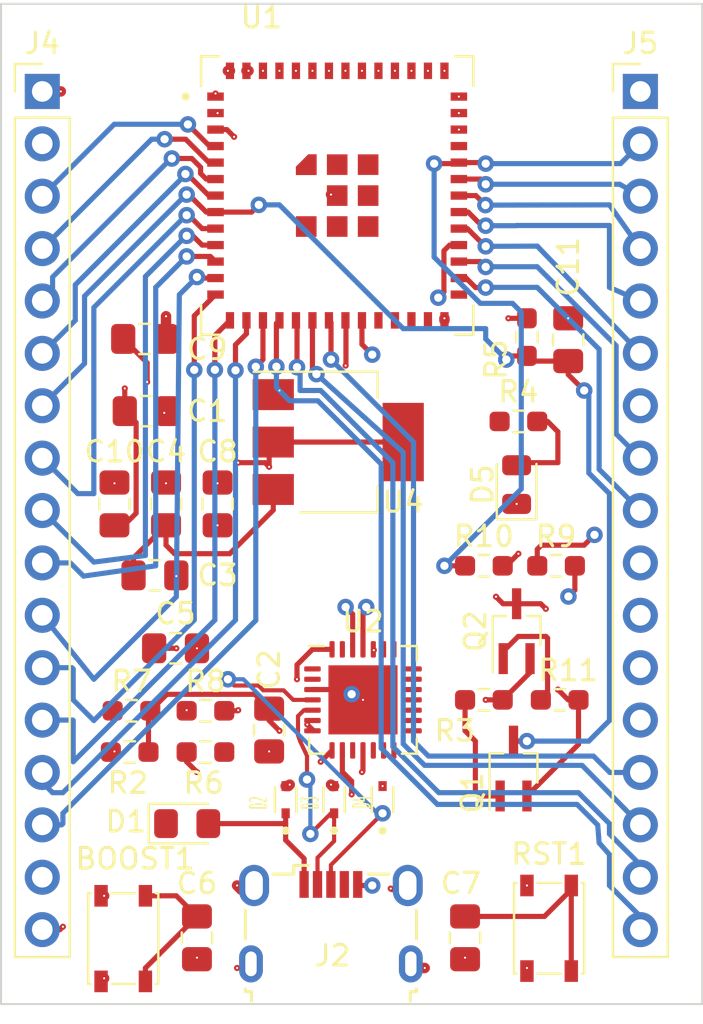
<source format=kicad_pcb>
(kicad_pcb (version 20221018) (generator pcbnew)
  (layers (0 "F.Cu" signal) (1 "In1.Cu" signal) (2 "In2.Cu" signal) (31 "B.Cu" signal) (34 "B.Paste" user) (35 "F.Paste" user) (36 "B.SilkS" user "B.Silkscreen") (37 "F.SilkS" user "F.Silkscreen") (38 "B.Mask" user) (39 "F.Mask" user) (44 "Edge.Cuts" user))
  (net 0 "")
  (net 1 "Net-(U1-3V3)")
  (net 2 "GND")
  (net 3 "Net-(U2-VBUS)")
  (net 4 "Net-(U4-VI)")
  (net 5 "Net-(U2-VDD)")
  (net 6 "Net-(BOOST1-Pad2)")
  (net 7 "Net-(C7-Pad2)")
  (net 8 "Net-(U4-VO)")
  (net 9 "/ESP_RST")
  (net 11 "Net-(D1-A)")
  (net 12 "/USB_DN")
  (net 13 "/USB_DP")
  (net 14 "Net-(D5-A)")
  (net 17 "/GPIO36")
  (net 18 "/GPIO37")
  (net 19 "/GPIO38")
  (net 20 "/GPIO39")
  (net 21 "/GPIO34")
  (net 22 "/GPIO35")
  (net 23 "/GPIO32")
  (net 24 "/GPIO33")
  (net 25 "/GPIO25")
  (net 26 "/GPIO26")
  (net 27 "/GPIO27")
  (net 28 "/GPIO14")
  (net 30 "/U0TXD")
  (net 31 "/U0RXD")
  (net 32 "/GPIO21")
  (net 33 "/GPIO22")
  (net 34 "/GPIO19")
  (net 35 "/GPIO23")
  (net 36 "/GPIO18")
  (net 37 "/GPIO5")
  (net 38 "/GPIO10")
  (net 39 "/GPIO9")
  (net 40 "/GPIO4")
  (net 41 "/GPIO0")
  (net 42 "/GPIO2")
  (net 43 "/GPIO15")
  (net 44 "/GPIO13")
  (net 45 "/GPIO12")
  (net 46 "Net-(Q1-B)")
  (net 47 "/RTS")
  (net 48 "Net-(Q2-B)")
  (net 49 "/DTR")
  (net 51 "Net-(U2-~{RST})")
  (net 54 "Net-(U2-~{SUSPEND})")
  (net 55 "Net-(U2-TXD)")
  (net 56 "Net-(U2-RXD)")
  (footprint "Capacitor_SMD:C_0805_2012Metric_Pad1.18x1.45mm_HandSolder" (layer "F.Cu") (at 187.5 90 90)
    (fp_text reference "C10")
    (fp_text value "0.1uF/50V(10%)" hide)
  )
  (footprint "LESD5D5.0CT1G:TVS_LESD5D5.0CT1G" (layer "F.Cu") (at 195.8 104.34 90)
    (fp_text reference "D2")
    (fp_text value "LESD5D5.0CT1G" hide)
  )
  (footprint "Capacitor_SMD:C_0805_2012Metric_Pad1.18x1.45mm_HandSolder" (layer "F.Cu") (at 190.4625 97)
    (fp_text reference "C5")
    (fp_text value "10uF/25V(20%)" hide)
  )
  (footprint "Capacitor_SMD:C_0805_2012Metric_Pad1.18x1.45mm_HandSolder" (layer "F.Cu") (at 189.0375 85.5)
    (fp_text reference "C1")
    (fp_text value "10uF/25V(20%)" hide)
  )
  (footprint "Capacitor_SMD:C_0805_2012Metric_Pad1.18x1.45mm_HandSolder" (layer "F.Cu") (at 188.9625 82)
    (fp_text reference "C9")
    (fp_text value "0.1uF/50V(10%)" hide)
  )
  (footprint "Capacitor_SMD:C_0805_2012Metric_Pad1.18x1.45mm_HandSolder" (layer "F.Cu") (at 190 90 90)
    (fp_text reference "C4")
    (fp_text value "0.1uF/50V(10%)" hide)
  )
  (footprint "Package_DFN_QFN:QFN-28-1EP_5x5mm_P0.5mm_EP3.35x3.35mm" (layer "F.Cu") (at 199.55 99.5)
    (fp_text reference "U2")
    (fp_text value "CP2102N-Axx-xQFN28" hide)
  )
  (footprint "Capacitor_SMD:C_0805_2012Metric_Pad1.18x1.45mm_HandSolder" (layer "F.Cu") (at 192.5 90 90)
    (fp_text reference "C8")
    (fp_text value "10uF/25V(20%)" hide)
  )
  (footprint "Capacitor_SMD:C_0805_2012Metric_Pad1.18x1.45mm_HandSolder" (layer "F.Cu") (at 195 100.9625 90)
    (fp_text reference "C2")
    (fp_text value "1uF/16V(10%)" hide)
  )
  (footprint "LED_SMD:LED_0805_2012Metric" (layer "F.Cu") (at 207 89.0625 90)
    (fp_text reference "D5")
    (fp_text value "LED" hide)
  )
  (footprint "LESD5D5.0CT1G:TVS_LESD5D5.0CT1G" (layer "F.Cu") (at 198.15 104.34 90)
    (fp_text reference "D3")
    (fp_text value "LESD5D5.0CT1G" hide)
  )
  (footprint "Button_Switch_SMD:SW_SPST_PTS810" (layer "F.Cu") (at 187.925 111.075 90)
    (fp_text reference "BOOST1")
    (fp_text value "SW_Omron_B3FS" hide)
  )
  (footprint "Resistor_SMD:R_0603_1608Metric_Pad0.98x0.95mm_HandSolder" (layer "F.Cu") (at 188.325 100.03)
    (fp_text reference "R7")
    (fp_text value "22.1k(1%)" hide)
  )
  (footprint "Connector_PinHeader_2.54mm:PinHeader_1x17_P2.54mm_Vertical" (layer "F.Cu") (at 213 70)
    (fp_text reference "J5")
    (fp_text value "Conn_01x17" hide)
  )
  (footprint "Resistor_SMD:R_0603_1608Metric_Pad0.98x0.95mm_HandSolder" (layer "F.Cu") (at 191.9125 102.03)
    (fp_text reference "R6")
    (fp_text value "1K(1%)" hide)
  )
  (footprint "Connector_PinHeader_2.54mm:PinHeader_1x17_P2.54mm_Vertical" (layer "F.Cu") (at 184 70)
    (fp_text reference "J4")
    (fp_text value "Conn_01x17" hide)
  )
  (footprint "Capacitor_SMD:C_0805_2012Metric_Pad1.18x1.45mm_HandSolder" (layer "F.Cu") (at 204.5 111.0375 90)
    (fp_text reference "C7")
    (fp_text value "0.1uF/50V(10%)(NC)" hide)
  )
  (footprint "LESD5D5.0CT1G:TVS_LESD5D5.0CT1G" (layer "F.Cu") (at 200.5 104.34 90)
    (fp_text reference "D4")
    (fp_text value "LESD5D5.0CT1G" hide)
  )
  (footprint "Capacitor_SMD:C_0805_2012Metric_Pad1.18x1.45mm_HandSolder" (layer "F.Cu") (at 189.4625 93.4625)
    (fp_text reference "C3")
    (fp_text value "10uF/25V(20%)" hide)
  )
  (footprint "Resistor_SMD:R_0603_1608Metric_Pad0.98x0.95mm_HandSolder" (layer "F.Cu") (at 207.0875 86)
    (fp_text reference "R4")
    (fp_text value "5.1K(1%)" hide)
  )
  (footprint "Capacitor_SMD:C_0805_2012Metric_Pad1.18x1.45mm_HandSolder" (layer "F.Cu") (at 209.5 82.0375 90)
    (fp_text reference "C11")
    (fp_text value "1uf/16V(10%)" hide)
  )
  (footprint "Button_Switch_SMD:SW_SPST_PTS810" (layer "F.Cu") (at 208.575 110.575 90)
    (fp_text reference "RST1")
    (fp_text value "SW_Omron_B3FS" hide)
  )
  (footprint "Resistor_SMD:R_0603_1608Metric_Pad0.98x0.95mm_HandSolder" (layer "F.Cu") (at 191.9125 100.03)
    (fp_text reference "R8")
    (fp_text value "10K(1%)(NC)" hide)
  )
  (footprint "Resistor_SMD:R_0603_1608Metric_Pad0.98x0.95mm_HandSolder" (layer "F.Cu") (at 205.4125 93)
    (fp_text reference "R10")
    (fp_text value "0(1%)" hide)
  )
  (footprint "Package_TO_SOT_SMD:SOT-323_SC-70_Handsoldering" (layer "F.Cu") (at 206.85 102.83 90)
    (fp_text reference "Q1")
    (fp_text value "2SC4213" hide)
  )
  (footprint "Package_TO_SOT_SMD:SOT-223-3_TabPin2" (layer "F.Cu") (at 198.35 87)
    (fp_text reference "U4")
    (fp_text value "LM1117MP-3.3" hide)
  )
  (footprint "ESP32:MODULE_ESP32-MINI-1U-N4" (layer "F.Cu") (at 198.3 75.05)
    (fp_text reference "U1")
    (fp_text value "esp32-devkitM-1" hide)
  )
  (footprint "Resistor_SMD:R_0603_1608Metric_Pad0.98x0.95mm_HandSolder" (layer "F.Cu") (at 209.0875 99.5)
    (fp_text reference "R11")
    (fp_text value "10K(1%)" hide)
  )
  (footprint "Package_TO_SOT_SMD:SOT-323_SC-70_Handsoldering" (layer "F.Cu") (at 207 96.17 90)
    (fp_text reference "Q2")
    (fp_text value "2SC4213" hide)
  )
  (footprint "Capacitor_SMD:C_0805_2012Metric_Pad1.18x1.45mm_HandSolder" (layer "F.Cu") (at 191.5 111.0375 90)
    (fp_text reference "C6")
    (fp_text value "0.1uF/50V(10%)(NC)" hide)
  )
  (footprint "Resistor_SMD:R_0603_1608Metric_Pad0.98x0.95mm_HandSolder" (layer "F.Cu") (at 188.2375 102.03)
    (fp_text reference "R2")
    (fp_text value "47.5k(1%)" hide)
  )
  (footprint "Resistor_SMD:R_0603_1608Metric_Pad0.98x0.95mm_HandSolder" (layer "F.Cu") (at 208.9125 93)
    (fp_text reference "R9")
    (fp_text value "0(1%)" hide)
  )
  (footprint "Resistor_SMD:R_0603_1608Metric_Pad0.98x0.95mm_HandSolder" (layer "F.Cu") (at 205.4125 99.5)
    (fp_text reference "R3")
    (fp_text value "10K(1%)" hide)
  )
  (footprint "Connector_USB:USB_Micro-B_Wuerth_629105150521" (layer "F.Cu") (at 197.995 110.35)
    (fp_text reference "J2")
    (fp_text value "USB_B_Micro" hide)
  )
  (footprint "Resistor_SMD:R_0603_1608Metric_Pad0.98x0.95mm_HandSolder" (layer "F.Cu") (at 207.5 81.9125 -90)
    (fp_text reference "R5")
    (fp_text value "10K(1%)" hide)
  )
  (footprint "Diode_SMD:D_0805_2012Metric_Pad1.15x1.40mm_HandSolder" (layer "F.Cu") (at 191.025 105.5)
    (fp_text reference "D1")
    (fp_text value "1N5819" hide)
  )
  (gr_rect (start 182 65.75) (end 216 114.25) (stroke (width 0.1)) (fill none) (layer "Edge.Cuts"))
  (segment (start 188.55 86.05) (end 188 85.5) (width 0.25) (layer "F.Cu") (net 1))
  (segment (start 192.95 71.85) (end 192.4 71.85) (width 0.25) (layer "F.Cu") (net 1))
  (segment (start 193.3 72.2) (end 192.95 71.85) (width 0.25) (layer "F.Cu") (net 1))
  (segment (start 207.5 81) (end 206.6 81) (width 0.25) (layer "F.Cu") (net 1))
  (segment (start 188 85.5) (end 188 84.4) (width 0.25) (layer "F.Cu") (net 1))
  (segment (start 187.5 91.0375) (end 187.9625 91.0375) (width 0.25) (layer "F.Cu") (net 1))
  (segment (start 188.55 90.45) (end 188.55 86.05) (width 0.25) (layer "F.Cu") (net 1))
  (segment (start 187.9625 91.0375) (end 188.55 90.45) (width 0.25) (layer "F.Cu") (net 1))
  (via micro (at 188 84.4) (size 0.3) (drill 0.1) (layers "F.Cu" "In1.Cu") (net 1))
  (via micro (at 206.6 81) (size 0.3) (drill 0.1) (layers "F.Cu" "In1.Cu") (net 1))
  (via micro (at 193.3 72.2) (size 0.3) (drill 0.1) (layers "F.Cu" "In1.Cu") (net 1))
  (segment (start 190.5 93.4625) (end 190.5 93.5) (width 0.508) (layer "F.Cu") (net 2))
  (segment (start 204.5 112.075) (end 204.5 112) (width 0.508) (layer "F.Cu") (net 2))
  (segment (start 195.929972 103.68) (end 196 103.609972) (width 0.508) (layer "F.Cu") (net 2))
  (segment (start 187.5 88.9625) (end 187.5 89) (width 0.508) (layer "F.Cu") (net 2))
  (segment (start 199.05 99) (end 199.55 99.5) (width 0.25) (layer "F.Cu") (net 2))
  (segment (start 198.7755 99) (end 197.1 99) (width 0.25) (layer "F.Cu") (net 2))
  (segment (start 201.87 112.5) (end 202.5445 112.5) (width 0.508) (layer "F.Cu") (net 2))
  (segment (start 198.15 103.68) (end 198.070028 103.68) (width 0.508) (layer "F.Cu") (net 2))
  (segment (start 186.85 113.15) (end 187 113) (width 0.508) (layer "F.Cu") (net 2))
  (segment (start 190 82) (end 190 80.9) (width 0.508) (layer "F.Cu") (net 2))
  (segment (start 201.72 108.7) (end 200.9455 108.7) (width 0.25) (layer "F.Cu") (net 2))
  (segment (start 184 70) (end 184.8995 70) (width 0.508) (layer "F.Cu") (net 2))
  (segment (start 191 100.03) (end 191 100) (width 0.508) (layer "F.Cu") (net 2))
  (segment (start 203.5 81.1) (end 203.5 81) (width 0.508) (layer "F.Cu") (net 2))
  (segment (start 195.2 84.7) (end 195.3 84.7) (width 0.508) (layer "F.Cu") (net 2))
  (segment (start 192.5 88.9625) (end 192.5 89) (width 0.508) (layer "F.Cu") (net 2))
  (segment (start 190 88.9625) (end 190 89) (width 0.508) (layer "F.Cu") (net 2))
  (segment (start 193.4455 108.5) (end 193.6455 108.7) (width 0.508) (layer "F.Cu") (net 2))
  (segment (start 201.67 108.65) (end 201.72 108.7) (width 0.25) (layer "F.Cu") (net 2))
  (segment (start 207.5 112.65) (end 207.5 112.5) (width 0.508) (layer "F.Cu") (net 2))
  (segment (start 186.85 109) (end 187 109) (width 0.508) (layer "F.Cu") (net 2))
  (segment (start 184.86 110.64) (end 184 110.64) (width 0.25) (layer "F.Cu") (net 2))
  (segment (start 187.325 102.03) (end 187.47 102.03) (width 0.508) (layer "F.Cu") (net 2))
  (segment (start 191.5 112.075) (end 191.5 112) (width 0.508) (layer "F.Cu") (net 2))
  (segment (start 195.8 103.68) (end 195.929972 103.68) (width 0.508) (layer "F.Cu") (net 2))
  (segment (start 199 99.2245) (end 198.7755 99) (width 0.25) (layer "F.Cu") (net 2))
  (segment (start 190 85.5) (end 189.914477 85.585523) (width 0.508) (layer "F.Cu") (net 2))
  (segment (start 198.070028 103.68) (end 198 103.609972) (width 0.508) (layer "F.Cu") (net 2))
  (segment (start 200 108.5) (end 199.445 108.5) (width 0.25) (layer "F.Cu") (net 2))
  (segment (start 187.47 102.03) (end 187.5 102) (width 0.508) (layer "F.Cu") (net 2))
  (segment (start 185 110.5) (end 184.86 110.64) (width 0.25) (layer "F.Cu") (net 2))
  (segment (start 200.9455 108.7) (end 200.8955 108.65) (width 0.25) (layer "F.Cu") (net 2))
  (segment (start 193.9 69) (end 194 69) (width 0.508) (layer "F.Cu") (net 2))
  (segment (start 193.1 69) (end 193 69) (width 0.508) (layer "F.Cu") (net 2))
  (segment (start 192.4 71.05) (end 192.5 71.05) (width 0.25) (layer "F.Cu") (net 2))
  (segment (start 198.3 75.05) (end 198.05 75.05) (width 0.508) (layer "F.Cu") (net 2))
  (segment (start 195.3 84.7) (end 195.5 84.5) (width 0.508) (layer "F.Cu") (net 2))
  (segment (start 193.6455 108.7) (end 194.27 108.7) (width 0.508) (layer "F.Cu") (net 2))
  (segment (start 198.05 75.05) (end 198 75) (width 0.508) (layer "F.Cu") (net 2))
  (segment (start 190.075 85.5) (end 190 85.5) (width 0.508) (layer "F.Cu") (net 2))
  (via micro (at 201.1 69) (size 0.3) (drill 0.1) (layers "F.Cu" "In2.Cu") (net 2))
  (via micro (at 201.9 69) (size 0.3) (drill 0.1) (layers "F.Cu" "In2.Cu") (net 2))
  (via micro (at 197.9 69) (size 0.3) (drill 0.1) (layers "F.Cu" "In2.Cu") (net 2))
  (via micro (at 198 103.609972) (size 0.3) (drill 0.1) (layers "F.Cu" "In2.Cu") (net 2))
  (via micro (at 193.4455 112.5) (size 0.3) (drill 0.1) (layers "F.Cu" "In2.Cu") (net 2))
  (via micro (at 187 109) (size 0.3) (drill 0.1) (layers "F.Cu" "In2.Cu") (net 2))
  (via micro (at 207.5 108.5) (size 0.3) (drill 0.1) (layers "F.Cu" "In2.Cu") (net 2))
  (via micro (at 203.5 81) (size 0.3) (drill 0.1) (layers "F.Cu" "In2.Cu") (net 2))
  (via micro (at 200.8955 108.65) (size 0.3) (drill 0.1) (layers "F.Cu" "In2.Cu") (net 2))
  (via micro (at 200.5 103.68) (size 0.3) (drill 0.1) (layers "F.Cu" "In2.Cu") (net 2))
  (via micro (at 191.5 112) (size 0.3) (drill 0.1) (layers "F.Cu" "In2.Cu") (net 2))
  (via micro (at 202.7 69) (size 0.3) (drill 0.1) (layers "F.Cu" "In2.Cu") (net 2))
  (via micro (at 190 89) (size 0.3) (drill 0.1) (layers "F.Cu" "In2.Cu") (net 2))
  (via micro (at 192.4 70.1) (size 0.3) (drill 0.1) (layers "F.Cu" "In2.Cu") (net 2))
  (via micro (at 191.5 97) (size 0.3) (drill 0.1) (layers "F.Cu" "In2.Cu") (net 2))
  (via micro (at 193 69) (size 0.3) (drill 0.1) (layers "F.Cu" "In2.Cu") (net 2))
  (via micro (at 184.8995 70) (size 0.3) (drill 0.1) (layers "F.Cu" "In2.Cu") (net 2))
  (via micro (at 198.7 69) (size 0.3) (drill 0.1) (layers "F.Cu" "In2.Cu") (net 2))
  (via micro (at 185 110.5) (size 0.3) (drill 0.1) (layers "F.Cu" "In2.Cu") (net 2))
  (via micro (at 198 75) (size 0.3) (drill 0.1) (layers "F.Cu" "In2.Cu") (net 2))
  (via micro (at 190.5 93.5) (size 0.3) (drill 0.1) (layers "F.Cu" "In2.Cu") (net 2))
  (via micro (at 193.4455 108.5) (size 0.3) (drill 0.1) (layers "F.Cu" "In2.Cu") (net 2))
  (via micro (at 204.5 112) (size 0.3) (drill 0.1) (layers "F.Cu" "In2.Cu") (net 2))
  (via micro (at 196.3 69) (size 0.3) (drill 0.1) (layers "F.Cu" "In2.Cu") (net 2))
  (via micro (at 199.5 69) (size 0.3) (drill 0.1) (layers "F.Cu" "In2.Cu") (net 2))
  (via micro (at 192.5 89) (size 0.3) (drill 0.1) (layers "F.Cu" "In2.Cu") (net 2))
  (via micro (at 195 102) (size 0.3) (drill 0.1) (layers "F.Cu" "In2.Cu") (net 2))
  (via micro (at 202.5445 112.5) (size 0.3) (drill 0.1) (layers "F.Cu" "In2.Cu") (net 2))
  (via micro (at 200.3 69) (size 0.3) (drill 0.1) (layers "F.Cu" "In2.Cu") (net 2))
  (via micro (at 189.914477 85.585523) (size 0.3) (drill 0.1) (layers "F.Cu" "In2.Cu") (net 2))
  (via micro (at 187.5 102) (size 0.3) (drill 0.1) (layers "F.Cu" "In2.Cu") (net 2))
  (via micro (at 195.5 84.5) (size 0.3) (drill 0.1) (layers "F.Cu" "In2.Cu") (net 2))
  (via micro (at 187 113) (size 0.3) (drill 0.1) (layers "F.Cu" "In2.Cu") (net 2))
  (via micro (at 207.5 112.5) (size 0.3) (drill 0.1) (layers "F.Cu" "In2.Cu") (net 2))
  (via micro (at 199.55 99.5) (size 0.3) (drill 0.1) (layers "F.Cu" "In2.Cu") (net 2))
  (via micro (at 204.2 70.25) (size 0.3) (drill 0.1) (layers "F.Cu" "In2.Cu") (net 2))
  (via micro (at 207 90) (size 0.3) (drill 0.1) (layers "F.Cu" "In2.Cu") (net 2))
  (via micro (at 191 100) (size 0.3) (drill 0.1) (layers "F.Cu" "In2.Cu") (net 2))
  (via micro (at 209.5 81) (size 0.3) (drill 0.1) (layers "F.Cu" "In2.Cu") (net 2))
  (via micro (at 187.5 89) (size 0.3) (drill 0.1) (layers "F.Cu" "In2.Cu") (net 2))
  (via micro (at 204.2 71.05) (size 0.3) (drill 0.1) (layers "F.Cu" "In2.Cu") (net 2))
  (via micro (at 204.2 71.85) (size 0.3) (drill 0.1) (layers "F.Cu" "In2.Cu") (net 2))
  (via micro (at 192.5 71.05) (size 0.3) (drill 0.1) (layers "F.Cu" "In2.Cu") (net 2))
  (via micro (at 203.5 69) (size 0.3) (drill 0.1) (layers "F.Cu" "In2.Cu") (net 2))
  (via (at 199 99.2245) (size 0.8) (drill 0.4) (layers "F.Cu" "B.Cu") (net 2))
  (via (at 200 108.5) (size 0.8) (drill 0.4) (layers "F.Cu" "B.Cu") (net 2))
  (via micro (at 196 103.609972) (size 0.3) (drill 0.1) (layers "F.Cu" "In2.Cu") (net 2))
  (via micro (at 190 80.9) (size 0.3) (drill 0.1) (layers "F.Cu" "In2.Cu") (net 2))
  (via micro (at 197.1 69) (size 0.3) (drill 0.1) (layers "F.Cu" "In2.Cu") (net 2))
  (via micro (at 194 69) (size 0.3) (drill 0.1) (layers "F.Cu" "In2.Cu") (net 2))
  (via micro (at 195.5 69) (size 0.3) (drill 0.1) (layers "F.Cu" "In2.Cu") (net 2))
  (via micro (at 194.7 69) (size 0.3) (drill 0.1) (layers "F.Cu" "In2.Cu") (net 2))
  (segment (start 195 100.5) (end 195.5 101) (width 0.25) (layer "F.Cu") (net 3))
  (segment (start 189.15 102.03) (end 189.15 100.1175) (width 0.25) (layer "F.Cu") (net 3))
  (segment (start 190.0375 99.23) (end 194.305 99.23) (width 0.25) (layer "F.Cu") (net 3))
  (segment (start 197.975195 102.024805) (end 198.0505 102.024805) (width 0.25) (layer "F.Cu") (net 3))
  (segment (start 197.5 102.5) (end 197.975195 102.024805) (width 0.25) (layer "F.Cu") (net 3))
  (segment (start 195 99.925) (end 195 100.5) (width 0.25) (layer "F.Cu") (net 3))
  (segment (start 189.15 100.1175) (end 189.2375 100.03) (width 0.25) (layer "F.Cu") (net 3))
  (segment (start 189.2375 100.03) (end 190.0375 99.23) (width 0.25) (layer "F.Cu") (net 3))
  (segment (start 194.305 99.23) (end 195 99.925) (width 0.25) (layer "F.Cu") (net 3))
  (via micro (at 197.5 102.5) (size 0.3) (drill 0.1) (layers "F.Cu" "In1.Cu") (net 3))
  (via micro (at 195.5 101) (size 0.3) (drill 0.1) (layers "F.Cu" "In1.Cu") (net 3))
  (segment (start 190.4125 92.4125) (end 193.0875 92.4125) (width 0.25) (layer "F.Cu") (net 4))
  (segment (start 188.425 93.4625) (end 188.425 92.6125) (width 0.25) (layer "F.Cu") (net 4))
  (segment (start 188.425 92.6125) (end 190 91.0375) (width 0.25) (layer "F.Cu") (net 4))
  (segment (start 190 92) (end 190.4125 92.4125) (width 0.25) (layer "F.Cu") (net 4))
  (segment (start 190 91.0375) (end 190 92) (width 0.25) (layer "F.Cu") (net 4))
  (segment (start 195.2 90.3) (end 195.2 89.3) (width 0.25) (layer "F.Cu") (net 4))
  (segment (start 193.0875 92.4125) (end 195.2 90.3) (width 0.25) (layer "F.Cu") (net 4))
  (segment (start 189.425 97) (end 190.5 97) (width 0.25) (layer "F.Cu") (net 5))
  (segment (start 197.1 100.944617) (end 197.1 101) (width 0.25) (layer "F.Cu") (net 5))
  (segment (start 196.8495 100.694117) (end 197.1 100.944617) (width 0.25) (layer "F.Cu") (net 5))
  (via micro (at 196.8495 100.694117) (size 0.3) (drill 0.1) (layers "F.Cu" "In1.Cu") (net 5))
  (via micro (at 190.5 97) (size 0.3) (drill 0.1) (layers "F.Cu" "In1.Cu") (net 5))
  (segment (start 190.5 109) (end 191.5 110) (width 0.25) (layer "F.Cu") (net 6))
  (segment (start 189 113.15) (end 189 112.5) (width 0.25) (layer "F.Cu") (net 6))
  (segment (start 189 109) (end 190.5 109) (width 0.25) (layer "F.Cu") (net 6))
  (segment (start 189 112.5) (end 191.5 110) (width 0.25) (layer "F.Cu") (net 6))
  (segment (start 204.5 110) (end 208.35 110) (width 0.25) (layer "F.Cu") (net 7))
  (segment (start 208.35 110) (end 209.65 108.7) (width 0.25) (layer "F.Cu") (net 7))
  (segment (start 209.65 112.65) (end 209.65 108.5) (width 0.25) (layer "F.Cu") (net 7))
  (segment (start 209.65 108.7) (end 209.65 108.5) (width 0.25) (layer "F.Cu") (net 7))
  (segment (start 201.5 87) (end 195.2 87) (width 0.25) (layer "F.Cu") (net 8))
  (segment (start 193.5 88) (end 194.799502 88) (width 0.25) (layer "F.Cu") (net 8))
  (segment (start 189.085523 83.160523) (end 189.085523 84.085523) (width 0.25) (layer "F.Cu") (net 8))
  (segment (start 187.925 82) (end 189.085523 83.160523) (width 0.25) (layer "F.Cu") (net 8))
  (segment (start 194.799502 88) (end 195 88.200498) (width 0.25) (layer "F.Cu") (net 8))
  (segment (start 195 88.200498) (end 195 87.2) (width 0.25) (layer "F.Cu") (net 8))
  (segment (start 195 87.2) (end 195.2 87) (width 0.25) (layer "F.Cu") (net 8))
  (via micro (at 192.5 91.0375) (size 0.3) (drill 0.1) (layers "F.Cu" "In1.Cu") (net 8))
  (via micro (at 189.085523 84.085523) (size 0.3) (drill 0.1) (layers "F.Cu" "In1.Cu") (net 8))
  (via micro (at 193.5 88) (size 0.3) (drill 0.1) (layers "F.Cu" "In1.Cu") (net 8))
  (via micro (at 195 88.200498) (size 0.3) (drill 0.1) (layers "F.Cu" "In1.Cu") (net 8))
  (segment (start 206.85 101.5) (end 207.5 101.5) (width 0.25) (layer "F.Cu") (net 9))
  (segment (start 191.95 75.85) (end 192.4 75.85) (width 0.25) (layer "F.Cu") (net 9))
  (segment (start 209.5 83.075) (end 207.75 83.075) (width 0.25) (layer "F.Cu") (net 9))
  (segment (start 191.101491 75.001491) (end 191.95 75.85) (width 0.25) (layer "F.Cu") (net 9))
  (segment (start 209.5 83.7245) (end 210.2755 84.5) (width 0.25) (layer "F.Cu") (net 9))
  (segment (start 207.5 82.825) (end 206.675 82.825) (width 0.25) (layer "F.Cu") (net 9))
  (segment (start 209.5 83.075) (end 209.5 83.7245) (width 0.25) (layer "F.Cu") (net 9))
  (segment (start 207.75 83.075) (end 207.5 82.825) (width 0.25) (layer "F.Cu") (net 9))
  (segment (start 191 75.001491) (end 191.101491 75.001491) (width 0.25) (layer "F.Cu") (net 9))
  (segment (start 206.675 82.825) (end 206.5 83) (width 0.25) (layer "F.Cu") (net 9))
  (segment (start 194.5 75.5) (end 194.15 75.85) (width 0.25) (layer "F.Cu") (net 9))
  (segment (start 194.15 75.85) (end 192.4 75.85) (width 0.25) (layer "F.Cu") (net 9))
  (via (at 206.5 83) (size 0.8) (drill 0.4) (layers "F.Cu" "B.Cu") (net 9))
  (via (at 191 75.001491) (size 0.8) (drill 0.4) (layers "F.Cu" "B.Cu") (net 9))
  (via (at 210.2755 84.5) (size 0.8) (drill 0.4) (layers "F.Cu" "B.Cu") (net 9))
  (via (at 207.5 101.5) (size 0.8) (drill 0.4) (layers "F.Cu" "B.Cu") (net 9))
  (via (at 194.5 75.5) (size 0.8) (drill 0.4) (layers "F.Cu" "B.Cu") (net 9))
  (segment (start 201.5 81.5) (end 205.5 81.5) (width 0.25) (layer "B.Cu") (net 9))
  (segment (start 210.5 84.5) (end 210.2755 84.5) (width 0.25) (layer "B.Cu") (net 9))
  (segment (start 194.5 75.5) (end 195.5 75.5) (width 0.25) (layer "B.Cu") (net 9))
  (segment (start 205.5 82) (end 206.5 83) (width 0.25) (layer "B.Cu") (net 9))
  (segment (start 207.5 101.5) (end 210.5 101.5) (width 0.25) (layer "B.Cu") (net 9))
  (segment (start 210.5 88.5) (end 210.5 84.5) (width 0.25) (layer "B.Cu") (net 9))
  (segment (start 211.5 100.5) (end 211.5 89.5) (width 0.25) (layer "B.Cu") (net 9))
  (segment (start 184 85.24) (end 186.05 83.19) (width 0.25) (layer "B.Cu") (net 9))
  (segment (start 186.05 79.925689) (end 190.974198 75.001491) (width 0.25) (layer "B.Cu") (net 9))
  (segment (start 186.05 83.19) (end 186.05 79.925689) (width 0.25) (layer "B.Cu") (net 9))
  (segment (start 190.974198 75.001491) (end 191 75.001491) (width 0.25) (layer "B.Cu") (net 9))
  (segment (start 211.5 89.5) (end 210.5 88.5) (width 0.25) (layer "B.Cu") (net 9))
  (segment (start 205.5 81.5) (end 205.5 82) (width 0.25) (layer "B.Cu") (net 9))
  (segment (start 210.5 101.5) (end 211.5 100.5) (width 0.25) (layer "B.Cu") (net 9))
  (segment (start 195.5 75.5) (end 201.5 81.5) (width 0.25) (layer "B.Cu") (net 9))
  (segment (start 196.695 108.65) (end 196.695 107.195) (width 0.25) (layer "F.Cu") (net 11))
  (segment (start 192.05 105.5) (end 195.8 105.5) (width 0.25) (layer "F.Cu") (net 11))
  (segment (start 195.8 106.3) (end 195.8 105.5) (width 0.25) (layer "F.Cu") (net 11))
  (segment (start 195.8 105.5) (end 195.8 105) (width 0.25) (layer "F.Cu") (net 11))
  (segment (start 196.695 107.195) (end 195.8 106.3) (width 0.25) (layer "F.Cu") (net 11))
  (segment (start 198.15 105) (end 198 105) (width 0.2) (layer "F.Cu") (net 12))
  (segment (start 197.345 107.155) (end 198.15 106.35) (width 0.2) (layer "F.Cu") (net 12))
  (segment (start 196.4 100.287348) (end 196.687348 100) (width 0.2) (layer "F.Cu") (net 12))
  (segment (start 198 105) (end 197 106) (width 0.2) (layer "F.Cu") (net 12))
  (segment (start 197.345 108.65) (end 197.345 107.155) (width 0.2) (layer "F.Cu") (net 12))
  (segment (start 196.4 101.212652) (end 196.4 100.287348) (width 0.2) (layer "F.Cu") (net 12))
  (segment (start 196.836017 102.214689) (end 196.5 101.5) (width 0.2) (layer "F.Cu") (net 12))
  (segment (start 196.687348 100) (end 197.1 100) (width 0.2) (layer "F.Cu") (net 12))
  (segment (start 196.836017 103.359972) (end 196.836017 102.214689) (width 0.2) (layer "F.Cu") (net 12))
  (segment (start 198.15 106.35) (end 198.15 105) (width 0.2) (layer "F.Cu") (net 12))
  (segment (start 196.5 101.5) (end 196.4 101.212652) (width 0.2) (layer "F.Cu") (net 12))
  (via (at 196.836017 103.359972) (size 0.8) (drill 0.4) (layers "F.Cu" "B.Cu") (net 12))
  (via (at 197 106) (size 0.8) (drill 0.4) (layers "F.Cu" "B.Cu") (net 12))
  (segment (start 197 106) (end 197 103.523955) (width 0.2) (layer "B.Cu") (net 12))
  (segment (start 197 103.523955) (end 196.836017 103.359972) (width 0.2) (layer "B.Cu") (net 12))
  (segment (start 196.165317 99.5) (end 197.1 99.5) (width 0.2) (layer "F.Cu") (net 13))
  (segment (start 197.995 108.65) (end 197.995 107.505) (width 0.2) (layer "F.Cu") (net 13))
  (segment (start 194.48104 98.805) (end 194.71354 99.0375) (width 0.2) (layer "F.Cu") (net 13))
  (segment (start 193 98.5) (end 193.305 98.805) (width 0.2) (layer "F.Cu") (net 13))
  (segment (start 193.305 98.805) (end 194.48104 98.805) (width 0.2) (layer "F.Cu") (net 13))
  (segment (start 195.702817 99.0375) (end 196.165317 99.5) (width 0.2) (layer "F.Cu") (net 13))
  (segment (start 194.71354 99.0375) (end 195.702817 99.0375) (width 0.2) (layer "F.Cu") (net 13))
  (segment (start 197.995 107.505) (end 200.5 105) (width 0.2) (layer "F.Cu") (net 13))
  (via (at 200.5 105) (size 0.8) (drill 0.4) (layers "F.Cu" "B.Cu") (net 13))
  (via (at 193 98.5) (size 0.8) (drill 0.4) (layers "F.Cu" "B.Cu") (net 13))
  (segment (start 193.75 98.5) (end 193 98.5) (width 0.2) (layer "B.Cu") (net 13))
  (segment (start 200.5 105) (end 200.25 105) (width 0.2) (layer "B.Cu") (net 13))
  (segment (start 200.25 105) (end 193.75 98.5) (width 0.2) (layer "B.Cu") (net 13))
  (segment (start 209 88) (end 207.125 88) (width 0.25) (layer "F.Cu") (net 14))
  (segment (start 209 86.5) (end 209 88) (width 0.25) (layer "F.Cu") (net 14))
  (segment (start 207.125 88) (end 207 88.125) (width 0.25) (layer "F.Cu") (net 14))
  (segment (start 208.5 86) (end 209 86.5) (width 0.25) (layer "F.Cu") (net 14))
  (segment (start 208 86) (end 208.5 86) (width 0.25) (layer "F.Cu") (net 14))
  (segment (start 191.060428 71.599541) (end 192.110887 72.65) (width 0.25) (layer "F.Cu") (net 17))
  (segment (start 192.110887 72.65) (end 192.4 72.65) (width 0.25) (layer "F.Cu") (net 17))
  (via (at 191.060428 71.599541) (size 0.8) (drill 0.4) (layers "F.Cu" "B.Cu") (net 17))
  (segment (start 191.051818 71.590931) (end 191.060428 71.599541) (width 0.25) (layer "B.Cu") (net 17))
  (segment (start 184 75.08) (end 187.489069 71.590931) (width 0.25) (layer "B.Cu") (net 17))
  (segment (start 187.489069 71.590931) (end 191.051818 71.590931) (width 0.25) (layer "B.Cu") (net 17))
  (segment (start 192.086396 73.45) (end 192.4 73.45) (width 0.25) (layer "F.Cu") (net 18))
  (segment (start 190.952327 72.315931) (end 192.086396 73.45) (width 0.25) (layer "F.Cu") (net 18))
  (segment (start 189.930782 72.315931) (end 190.952327 72.315931) (width 0.25) (layer "F.Cu") (net 18))
  (via (at 189.930782 72.315931) (size 0.8) (drill 0.4) (layers "F.Cu" "B.Cu") (net 18))
  (segment (start 189.304069 72.315931) (end 189.930782 72.315931) (width 0.25) (layer "B.Cu") (net 18))
  (segment (start 184 77.62) (end 189.304069 72.315931) (width 0.25) (layer "B.Cu") (net 18))
  (segment (start 190.282588 73.251472) (end 191.251472 73.251472) (width 0.25) (layer "F.Cu") (net 19))
  (segment (start 191.95 74.25) (end 192.4 74.25) (width 0.25) (layer "F.Cu") (net 19))
  (segment (start 191.675 73.675) (end 191.675 73.975) (width 0.25) (layer "F.Cu") (net 19))
  (segment (start 191.251472 73.251472) (end 191.675 73.675) (width 0.25) (layer "F.Cu") (net 19))
  (segment (start 191.675 73.975) (end 191.95 74.25) (width 0.25) (layer "F.Cu") (net 19))
  (via (at 190.282588 73.251472) (size 0.8) (drill 0.4) (layers "F.Cu" "B.Cu") (net 19))
  (segment (start 184.5 79.66) (end 184.5 79) (width 0.25) (layer "B.Cu") (net 19))
  (segment (start 190.22125 73.27875) (end 190.25531 73.27875) (width 0.25) (layer "B.Cu") (net 19))
  (segment (start 184.5 79) (end 190.22125 73.27875) (width 0.25) (layer "B.Cu") (net 19))
  (segment (start 184 80.16) (end 184.5 79.66) (width 0.25) (layer "B.Cu") (net 19))
  (segment (start 190.25531 73.27875) (end 190.282588 73.251472) (width 0.25) (layer "B.Cu") (net 19))
  (segment (start 190.940679 74.00375) (end 191.027564 74.00375) (width 0.25) (layer "F.Cu") (net 20))
  (segment (start 191.027564 74.00375) (end 192.073814 75.05) (width 0.25) (layer "F.Cu") (net 20))
  (segment (start 192.073814 75.05) (end 192.4 75.05) (width 0.25) (layer "F.Cu") (net 20))
  (via (at 190.940679 74.00375) (size 0.8) (drill 0.4) (layers "F.Cu" "B.Cu") (net 20))
  (segment (start 184 82.7) (end 185.6 81.1) (width 0.25) (layer "B.Cu") (net 20))
  (segment (start 190.940679 74.035507) (end 190.940679 74.00375) (width 0.25) (layer "B.Cu") (net 20))
  (segment (start 185.6 81.1) (end 185.6 79.376186) (width 0.25) (layer "B.Cu") (net 20))
  (segment (start 185.6 79.376186) (end 190.940679 74.035507) (width 0.25) (layer "B.Cu") (net 20))
  (segment (start 191.75 76.65) (end 192.4 76.65) (width 0.25) (layer "F.Cu") (net 21))
  (segment (start 191 76.000994) (end 191.100994 76.000994) (width 0.25) (layer "F.Cu") (net 21))
  (segment (start 191.100994 76.000994) (end 191.75 76.65) (width 0.25) (layer "F.Cu") (net 21))
  (via (at 191 76.000994) (size 0.8) (drill 0.4) (layers "F.Cu" "B.Cu") (net 21))
  (segment (start 184 87.78) (end 185.72 89.5) (width 0.25) (layer "B.Cu") (net 21))
  (segment (start 190.974198 76.000994) (end 191 76.000994) (width 0.25) (layer "B.Cu") (net 21))
  (segment (start 186.5 80.475192) (end 190.974198 76.000994) (width 0.25) (layer "B.Cu") (net 21))
  (segment (start 185.72 89.5) (end 186.5 89.5) (width 0.25) (layer "B.Cu") (net 21))
  (segment (start 186.5 89.5) (end 186.5 80.475192) (width 0.25) (layer "B.Cu") (net 21))
  (segment (start 191.300497 77.000497) (end 191.75 77.45) (width 0.25) (layer "F.Cu") (net 22))
  (segment (start 191 77.000497) (end 191.300497 77.000497) (width 0.25) (layer "F.Cu") (net 22))
  (segment (start 191.75 77.45) (end 192.4 77.45) (width 0.25) (layer "F.Cu") (net 22))
  (via (at 191 77.000497) (size 0.8) (drill 0.4) (layers "F.Cu" "B.Cu") (net 22))
  (segment (start 184 90.32) (end 186.5 92.82) (width 0.25) (layer "B.Cu") (net 22))
  (segment (start 186.5 92.82) (end 189 92.5) (width 0.25) (layer "B.Cu") (net 22))
  (segment (start 189 92.5) (end 189 78.974695) (width 0.25) (layer "B.Cu") (net 22))
  (segment (start 189 78.974695) (end 190.974198 77.000497) (width 0.25) (layer "B.Cu") (net 22))
  (segment (start 190.974198 77.000497) (end 191 77.000497) (width 0.25) (layer "B.Cu") (net 22))
  (segment (start 192.15 78) (end 192.4 78.25) (width 0.25) (layer "F.Cu") (net 23))
  (segment (start 191 78) (end 192.15 78) (width 0.25) (layer "F.Cu") (net 23))
  (via (at 191 78) (size 0.8) (drill 0.4) (layers "F.Cu" "B.Cu") (net 23))
  (segment (start 189.5 79.5) (end 191 78) (width 0.25) (layer "B.Cu") (net 23))
  (segment (start 186 93.5) (end 189.5 93) (width 0.25) (layer "B.Cu") (net 23))
  (segment (start 189.5 93) (end 189.5 79.5) (width 0.25) (layer "B.Cu") (net 23))
  (segment (start 184 92.86) (end 185.36 92.86) (width 0.25) (layer "B.Cu") (net 23))
  (segment (start 185.36 92.86) (end 186 93.5) (width 0.25) (layer "B.Cu") (net 23))
  (segment (start 192.4 79.05) (end 191.55 79.05) (width 0.25) (layer "F.Cu") (net 24))
  (segment (start 191.55 79.05) (end 191.5 79) (width 0.25) (layer "F.Cu") (net 24))
  (via (at 191.5 79) (size 0.8) (drill 0.4) (layers "F.Cu" "B.Cu") (net 24))
  (segment (start 191.5 79) (end 190.644701 79.855299) (width 0.25) (layer "B.Cu") (net 24))
  (segment (start 190.644701 79.855299) (end 190.5 94.5) (width 0.25) (layer "B.Cu") (net 24))
  (segment (start 186.5 98.5) (end 184 95.4) (width 0.25) (layer "B.Cu") (net 24))
  (segment (start 190.5 94.5) (end 186.5 98.5) (width 0.25) (layer "B.Cu") (net 24))
  (segment (start 192.4 79.85) (end 191.369701 80.880299) (width 0.25) (layer "F.Cu") (net 25))
  (segment (start 191.369701 80.880299) (end 191.369701 83.500521) (width 0.25) (layer "F.Cu") (net 25))
  (via (at 191.369701 83.500521) (size 0.8) (drill 0.4) (layers "F.Cu" "B.Cu") (net 25))
  (segment (start 185.5 98) (end 185.44 97.94) (width 0.25) (layer "B.Cu") (net 25))
  (segment (start 191.369701 95.630299) (end 186.5 100.5) (width 0.25) (layer "B.Cu") (net 25))
  (segment (start 191.369701 83.500521) (end 191.369701 95.630299) (width 0.25) (layer "B.Cu") (net 25))
  (segment (start 185.44 97.94) (end 184 97.94) (width 0.25) (layer "B.Cu") (net 25))
  (segment (start 185.5 99.5) (end 185.5 98) (width 0.25) (layer "B.Cu") (net 25))
  (segment (start 186.5 100.5) (end 185.5 99.5) (width 0.25) (layer "B.Cu") (net 25))
  (segment (start 192.369196 81.830804) (end 192.369196 83.496523) (width 0.25) (layer "F.Cu") (net 26))
  (segment (start 193.1 81.1) (end 192.369196 81.830804) (width 0.25) (layer "F.Cu") (net 26))
  (via (at 192.369196 83.496523) (size 0.8) (drill 0.4) (layers "F.Cu" "B.Cu") (net 26))
  (segment (start 185.5 102.5) (end 185.5 100.5) (width 0.25) (layer "B.Cu") (net 26))
  (segment (start 192.369196 95.630804) (end 185.5 102.5) (width 0.25) (layer "B.Cu") (net 26))
  (segment (start 185.5 100.5) (end 185.48 100.48) (width 0.25) (layer "B.Cu") (net 26))
  (segment (start 185.48 100.48) (end 184 100.48) (width 0.25) (layer "B.Cu") (net 26))
  (segment (start 192.369196 83.496523) (end 192.369196 95.630804) (width 0.25) (layer "B.Cu") (net 26))
  (segment (start 193.368346 82.281654) (end 193.9 81.75) (width 0.25) (layer "F.Cu") (net 27))
  (segment (start 193.368346 83.523079) (end 193.368346 82.281654) (width 0.25) (layer "F.Cu") (net 27))
  (segment (start 193.9 81.75) (end 193.9 81.1) (width 0.25) (layer "F.Cu") (net 27))
  (via (at 193.368346 83.523079) (size 0.8) (drill 0.4) (layers "F.Cu" "B.Cu") (net 27))
  (segment (start 184.5 104) (end 185 104) (width 0.25) (layer "B.Cu") (net 27))
  (segment (start 184 103.02) (end 184 103.5) (width 0.25) (layer "B.Cu") (net 27))
  (segment (start 185 104) (end 193.368346 95.631654) (width 0.25) (layer "B.Cu") (net 27))
  (segment (start 193.368346 95.631654) (end 193.368346 83.523079) (width 0.25) (layer "B.Cu") (net 27))
  (segment (start 184 103.5) (end 184.5 104) (width 0.25) (layer "B.Cu") (net 27))
  (segment (start 194.352836 83.350498) (end 194.7 83.003334) (width 0.25) (layer "F.Cu") (net 28))
  (segment (start 194.7 83.003334) (end 194.7 81.1) (width 0.25) (layer "F.Cu") (net 28))
  (via (at 194.352836 83.350498) (size 0.8) (drill 0.4) (layers "F.Cu" "B.Cu") (net 28))
  (segment (start 184.94 105.56) (end 185 105.5) (width 0.25) (layer "B.Cu") (net 28))
  (segment (start 184 105.56) (end 184.94 105.56) (width 0.25) (layer "B.Cu") (net 28))
  (segment (start 185 105) (end 194.352836 95.647164) (width 0.25) (layer "B.Cu") (net 28))
  (segment (start 194.352836 95.647164) (end 194.352836 83.350498) (width 0.25) (layer "B.Cu") (net 28))
  (segment (start 185 105.5) (end 185 105) (width 0.25) (layer "B.Cu") (net 28))
  (segment (start 203 73.5) (end 204.15 73.5) (width 0.25) (layer "F.Cu") (net 30))
  (segment (start 204.2 73.45) (end 205.45 73.45) (width 0.25) (layer "F.Cu") (net 30))
  (segment (start 205.45 73.45) (end 205.5 73.5) (width 0.25) (layer "F.Cu") (net 30))
  (segment (start 204.15 73.5) (end 204.2 73.45) (width 0.25) (layer "F.Cu") (net 30))
  (segment (start 204.5 93) (end 203.5 93) (width 0.25) (layer "F.Cu") (net 30))
  (via (at 205.5 73.5) (size 0.8) (drill 0.4) (layers "F.Cu" "B.Cu") (net 30))
  (via (at 203.5 93) (size 0.8) (drill 0.4) (layers "F.Cu" "B.Cu") (net 30))
  (via (at 203 73.5) (size 0.8) (drill 0.4) (layers "F.Cu" "B.Cu") (net 30))
  (segment (start 206.800305 80.275) (end 205.240414 80.275) (width 0.25) (layer "B.Cu") (net 30))
  (segment (start 203 78.034586) (end 203 73.5) (width 0.25) (layer "B.Cu") (net 30))
  (segment (start 205.5 73.5) (end 212.04 73.5) (width 0.25) (layer "B.Cu") (net 30))
  (segment (start 205.240414 80.275) (end 203 78.034586) (width 0.25) (layer "B.Cu") (net 30))
  (segment (start 207.225 80.699695) (end 206.800305 80.275) (width 0.25) (layer "B.Cu") (net 30))
  (segment (start 203.5 93) (end 207.225 89.275) (width 0.25) (layer "B.Cu") (net 30))
  (segment (start 207.225 89.275) (end 207.225 80.699695) (width 0.25) (layer "B.Cu") (net 30))
  (segment (start 212.04 73.5) (end 213 72.54) (width 0.25) (layer "B.Cu") (net 30))
  (segment (start 208.2 92) (end 208 92.2) (width 0.25) (layer "F.Cu") (net 31))
  (segment (start 208 92.2) (end 208 93) (width 0.25) (layer "F.Cu") (net 31))
  (segment (start 205.25 74.25) (end 205.5 74.5) (width 0.25) (layer "F.Cu") (net 31))
  (segment (start 210.2755 92) (end 208.2 92) (width 0.25) (layer "F.Cu") (net 31))
  (segment (start 204.2 74.25) (end 205.25 74.25) (width 0.25) (layer "F.Cu") (net 31))
  (segment (start 210.7755 91.5) (end 210.2755 92) (width 0.25) (layer "F.Cu") (net 31))
  (via (at 210.7755 91.5) (size 0.8) (drill 0.4) (layers "F.Cu" "B.Cu") (net 31))
  (via (at 205.5 74.5) (size 0.8) (drill 0.4) (layers "F.Cu" "B.Cu") (net 31))
  (segment (start 212 74.5) (end 213 75.08) (width 0.25) (layer "B.Cu") (net 31))
  (segment (start 205.5 74.5) (end 212 74.5) (width 0.25) (layer "B.Cu") (net 31))
  (segment (start 204.2 75.05) (end 205.025401 75.05) (width 0.25) (layer "F.Cu") (net 32))
  (segment (start 205.025401 75.05) (end 205.486762 75.511361) (width 0.25) (layer "F.Cu") (net 32))
  (via (at 205.486762 75.511361) (size 0.8) (drill 0.4) (layers "F.Cu" "B.Cu") (net 32))
  (segment (start 205.486762 75.511361) (end 211.5 75.5) (width 0.25) (layer "B.Cu") (net 32))
  (segment (start 211.5 75.5) (end 213 77.62) (width 0.25) (layer "B.Cu") (net 32))
  (segment (start 204.2 75.85) (end 204.65 75.85) (width 0.25) (layer "F.Cu") (net 33))
  (segment (start 204.65 75.85) (end 205.310774 76.510774) (width 0.25) (layer "F.Cu") (net 33))
  (segment (start 205.310774 76.510774) (end 205.500144 76.510774) (width 0.25) (layer "F.Cu") (net 33))
  (via (at 205.500144 76.510774) (size 0.8) (drill 0.4) (layers "F.Cu" "B.Cu") (net 33))
  (segment (start 206.989226 76.510774) (end 207 76.5) (width 0.25) (layer "B.Cu") (net 33))
  (segment (start 211.5 79.5) (end 213 80.16) (width 0.25) (layer "B.Cu") (net 33))
  (segment (start 211.5 76.5) (end 211.5 79.5) (width 0.25) (layer "B.Cu") (net 33))
  (segment (start 205.500144 76.510774) (end 206.989226 76.510774) (width 0.25) (layer "B.Cu") (net 33))
  (segment (start 207 76.5) (end 211.5 76.5) (width 0.25) (layer "B.Cu") (net 33))
  (segment (start 204.2 76.65) (end 204.614065 76.65) (width 0.25) (layer "F.Cu") (net 34))
  (segment (start 205.474341 77.510276) (end 205.499999 77.510276) (width 0.25) (layer "F.Cu") (net 34))
  (segment (start 204.614065 76.65) (end 205.474341 77.510276) (width 0.25) (layer "F.Cu") (net 34))
  (via (at 205.499999 77.510276) (size 0.8) (drill 0.4) (layers "F.Cu" "B.Cu") (net 34))
  (segment (start 205.499999 77.510276) (end 208 77.5) (width 0.25) (layer "B.Cu") (net 34))
  (segment (start 208 77.5) (end 213 82.7) (width 0.25) (layer "B.Cu") (net 34))
  (segment (start 203.475 77.725) (end 203.75 77.45) (width 0.25) (layer "F.Cu") (net 35))
  (segment (start 203.75 77.45) (end 204.2 77.45) (width 0.25) (layer "F.Cu") (net 35))
  (segment (start 203.200498 80) (end 203.475 79.725498) (width 0.25) (layer "F.Cu") (net 35))
  (segment (start 203.475 79.725498) (end 203.475 77.725) (width 0.25) (layer "F.Cu") (net 35))
  (via (at 203.200498 80) (size 0.8) (drill 0.4) (layers "F.Cu" "B.Cu") (net 35))
  (segment (start 205.240222 78.25) (end 205.5 78.509778) (width 0.25) (layer "F.Cu") (net 36))
  (segment (start 204.2 78.25) (end 205.240222 78.25) (width 0.25) (layer "F.Cu") (net 36))
  (via (at 205.5 78.509778) (size 0.8) (drill 0.4) (layers "F.Cu" "B.Cu") (net 36))
  (segment (start 211.825 86.605) (end 213 87.78) (width 0.25) (layer "B.Cu") (net 36))
  (segment (start 205.509778 78.5) (end 208 78.5) (width 0.25) (layer "B.Cu") (net 36))
  (segment (start 208 78.5) (end 211.825 82.325) (width 0.25) (layer "B.Cu") (net 36))
  (segment (start 211.825 82.325) (end 211.825 86.605) (width 0.25) (layer "B.Cu") (net 36))
  (segment (start 205.5 78.509778) (end 205.509778 78.5) (width 0.25) (layer "B.Cu") (net 36))
  (segment (start 204.55 79.05) (end 205.009281 79.509281) (width 0.25) (layer "F.Cu") (net 37))
  (segment (start 204.2 79.05) (end 204.55 79.05) (width 0.25) (layer "F.Cu") (net 37))
  (segment (start 205.009281 79.509281) (end 205.5 79.509281) (width 0.25) (layer "F.Cu") (net 37))
  (via (at 205.5 79.509281) (size 0.8) (drill 0.4) (layers "F.Cu" "B.Cu") (net 37))
  (segment (start 205.5 79.509281) (end 205.509281 79.5) (width 0.25) (layer "B.Cu") (net 37))
  (segment (start 211 88.32) (end 213 90.32) (width 0.25) (layer "B.Cu") (net 37))
  (segment (start 211 82.5) (end 211 88.32) (width 0.25) (layer "B.Cu") (net 37))
  (segment (start 205.509281 79.5) (end 208 79.5) (width 0.25) (layer "B.Cu") (net 37))
  (segment (start 208 79.5) (end 211 82.5) (width 0.25) (layer "B.Cu") (net 37))
  (segment (start 200 82.762299) (end 199.5 82.262299) (width 0.25) (layer "F.Cu") (net 40))
  (segment (start 199.5 82.262299) (end 199.5 81.1) (width 0.25) (layer "F.Cu") (net 40))
  (via (at 200 82.762299) (size 0.8) (drill 0.4) (layers "F.Cu" "B.Cu") (net 40))
  (segment (start 207 94.84) (end 206.34 94.84) (width 0.25) (layer "F.Cu") (net 41))
  (segment (start 198.725 81.125) (end 198.725 83.292227) (width 0.25) (layer "F.Cu") (net 41))
  (segment (start 206.34 94.84) (end 206 94.5) (width 0.25) (layer "F.Cu") (net 41))
  (segment (start 207 94.84) (end 208.168954 94.84) (width 0.25) (layer "F.Cu") (net 41))
  (segment (start 208.168954 94.84) (end 208.414477 95.085523) (width 0.25) (layer "F.Cu") (net 41))
  (segment (start 198.7 81.1) (end 198.725 81.125) (width 0.25) (layer "F.Cu") (net 41))
  (via micro (at 198.707673 83.292227) (size 0.3) (drill 0.1) (layers "F.Cu" "In1.Cu") (net 41))
  (via micro (at 208.414477 95.085523) (size 0.3) (drill 0.1) (layers "F.Cu" "In1.Cu") (net 41))
  (via micro (at 206 94.5) (size 0.3) (drill 0.1) (layers "F.Cu" "In1.Cu") (net 41))
  (segment (start 198 83) (end 198 81.2) (width 0.25) (layer "F.Cu") (net 42))
  (segment (start 198 81.2) (end 197.9 81.1) (width 0.25) (layer "F.Cu") (net 42))
  (via (at 198 83) (size 0.8) (drill 0.4) (layers "F.Cu" "B.Cu") (net 42))
  (segment (start 202 87) (end 198 83) (width 0.25) (layer "B.Cu") (net 42))
  (segment (start 213 103.02) (end 211.52 103.02) (width 0.25) (layer "B.Cu") (net 42))
  (segment (start 210.725 102.225) (end 202.725 102.225) (width 0.25) (layer "B.Cu") (net 42))
  (segment (start 202.725 102.225) (end 202 101.5) (width 0.25) (layer "B.Cu") (net 42))
  (segment (start 211.52 103.02) (end 210.725 102.225) (width 0.25) (layer "B.Cu") (net 42))
  (segment (start 202 101.5) (end 202 87) (width 0.25) (layer "B.Cu") (net 42))
  (segment (start 197.1 83.51351) (end 197.1 81.1) (width 0.25) (layer "F.Cu") (net 43))
  (segment (start 197.293245 83.706755) (end 197.1 83.51351) (width 0.25) (layer "F.Cu") (net 43))
  (via (at 197.293245 83.706755) (size 0.8) (drill 0.4) (layers "F.Cu" "B.Cu") (net 43))
  (segment (start 210.175 102.675) (end 202.538604 102.675) (width 0.25) (layer "B.Cu") (net 43))
  (segment (start 202.538604 102.675) (end 201.5 101.636396) (width 0.25) (layer "B.Cu") (net 43))
  (segment (start 201.5 87.5) (end 197.293245 83.706755) (width 0.25) (layer "B.Cu") (net 43))
  (segment (start 213 105.56) (end 210.175 102.675) (width 0.25) (layer "B.Cu") (net 43))
  (segment (start 201.5 101.636396) (end 201.5 87.5) (width 0.25) (layer "B.Cu") (net 43))
  (segment (start 196.351572 83.369976) (end 196.351572 81.151572) (width 0.25) (layer "F.Cu") (net 44))
  (segment (start 196.351572 81.151572) (end 196.3 81.1) (width 0.25) (layer "F.Cu") (net 44))
  (via (at 196.351572 83.369976) (size 0.8) (drill 0.4) (layers "F.Cu" "B.Cu") (net 44))
  (segment (start 213 108.1) (end 213 107.5) (width 0.25) (layer "B.Cu") (net 44))
  (segment (start 196.5 83.518404) (end 196.351572 83.369976) (width 0.25) (layer "B.Cu") (net 44))
  (segment (start 211.5 106) (end 211.5 105.5) (width 0.25) (layer "B.Cu") (net 44))
  (segment (start 210 104) (end 203.227208 104) (width 0.25) (layer "B.Cu") (net 44))
  (segment (start 196.5 84.5) (end 196.5 83.518404) (width 0.25) (layer "B.Cu") (net 44))
  (segment (start 201 88) (end 197.5 84.5) (width 0.25) (layer "B.Cu") (net 44))
  (segment (start 203.227208 104) (end 201 101.772792) (width 0.25) (layer "B.Cu") (net 44))
  (segment (start 213 107.5) (end 211.5 106) (width 0.25) (layer "B.Cu") (net 44))
  (segment (start 211.5 105.5) (end 210 104) (width 0.25) (layer "B.Cu") (net 44))
  (segment (start 201 101.772792) (end 201 88) (width 0.25) (layer "B.Cu") (net 44))
  (segment (start 197.5 84.5) (end 196.5 84.5) (width 0.25) (layer "B.Cu") (net 44))
  (segment (start 195.352331 83.34712) (end 195.352331 81.247669) (width 0.25) (layer "F.Cu") (net 45))
  (segment (start 195.352331 81.247669) (end 195.5 81.1) (width 0.25) (layer "F.Cu") (net 45))
  (via (at 195.352331 83.34712) (size 0.8) (drill 0.4) (layers "F.Cu" "B.Cu") (net 45))
  (segment (start 213 110) (end 211.5 108.5) (width 0.25) (layer "B.Cu") (net 45))
  (segment (start 200.431802 101.84099) (end 200.431802 88.068198) (width 0.25) (layer "B.Cu") (net 45))
  (segment (start 211.5 108.5) (end 211.5 107) (width 0.25) (layer "B.Cu") (net 45))
  (segment (start 211.5 107) (end 211 106.431802) (width 0.25) (layer "B.Cu") (net 45))
  (segment (start 196 85) (end 195.352331 84.352331) (width 0.25) (layer "B.Cu") (net 45))
  (segment (start 203.15901 104.568198) (end 200.431802 101.84099) (width 0.25) (layer "B.Cu") (net 45))
  (segment (start 211 106.431802) (end 210.931802 105.568198) (width 0.25) (layer "B.Cu") (net 45))
  (segment (start 213 110.64) (end 213 110) (width 0.25) (layer "B.Cu") (net 45))
  (segment (start 195.352331 84.352331) (end 195.352331 83.34712) (width 0.25) (layer "B.Cu") (net 45))
  (segment (start 210.931802 105.568198) (end 209.931802 104.568198) (width 0.25) (layer "B.Cu") (net 45))
  (segment (start 200.431802 88.068198) (end 197.363604 85) (width 0.25) (layer "B.Cu") (net 45))
  (segment (start 197.363604 85) (end 196 85) (width 0.25) (layer "B.Cu") (net 45))
  (segment (start 209.931802 104.568198) (end 203.15901 104.568198) (width 0.25) (layer "B.Cu") (net 45))
  (segment (start 205 101.5) (end 204.5 101) (width 0.25) (layer "F.Cu") (net 46))
  (segment (start 205 104) (end 205 101.5) (width 0.25) (layer "F.Cu") (net 46))
  (segment (start 204.5 101) (end 204.5 99.5) (width 0.25) (layer "F.Cu") (net 46))
  (segment (start 206.2 104.16) (end 205.16 104.16) (width 0.25) (layer "F.Cu") (net 46))
  (segment (start 205.16 104.16) (end 205 104) (width 0.25) (layer "F.Cu") (net 46))
  (segment (start 200.0755 97.090155) (end 200.05 97.064655) (width 0.25) (layer "F.Cu") (net 47))
  (segment (start 200.05 97.064655) (end 200.05 97.05) (width 0.25) (layer "F.Cu") (net 47))
  (segment (start 210 99.5) (end 209.5 99.5) (width 0.25) (layer "F.Cu") (net 47))
  (segment (start 207.5 104.16) (end 210 101.66) (width 0.25) (layer "F.Cu") (net 47))
  (segment (start 210 101.66) (end 210 99.5) (width 0.25) (layer "F.Cu") (net 47))
  (segment (start 209.5 99.5) (end 209 99) (width 0.25) (layer "F.Cu") (net 47))
  (via micro (at 209 99) (size 0.3) (drill 0.1) (layers "F.Cu" "In1.Cu") (net 47))
  (via micro (at 200.0755 97.090155) (size 0.3) (drill 0.1) (layers "F.Cu" "In1.Cu") (net 47))
  (segment (start 208.5 96.5) (end 208.425 96.425) (width 0.25) (layer "F.Cu") (net 48))
  (segment (start 206.35 97.15) (end 206.35 97.5) (width 0.25) (layer "F.Cu") (net 48))
  (segment (start 208.5 99.175) (end 208.5 96.5) (width 0.25) (layer "F.Cu") (net 48))
  (segment (start 208.175 99.5) (end 208.5 99.175) (width 0.25) (layer "F.Cu") (net 48))
  (segment (start 208.425 96.425) (end 207.075 96.425) (width 0.25) (layer "F.Cu") (net 48))
  (segment (start 207.075 96.425) (end 206.35 97.15) (width 0.25) (layer "F.Cu") (net 48))
  (segment (start 197.101992 97.05) (end 198.05 97.05) (width 0.25) (layer "F.Cu") (net 49))
  (segment (start 206.325 99.5) (end 207.65 98.175) (width 0.25) (layer "F.Cu") (net 49))
  (segment (start 196.3505 98.5) (end 196.3505 97.801492) (width 0.25) (layer "F.Cu") (net 49))
  (segment (start 196.3505 97.801492) (end 197.101992 97.05) (width 0.25) (layer "F.Cu") (net 49))
  (segment (start 206.325 99.5) (end 205.5 99.5) (width 0.25) (layer "F.Cu") (net 49))
  (segment (start 207.65 98.175) (end 207.65 97.5) (width 0.25) (layer "F.Cu") (net 49))
  (via micro (at 196.3505 98.5) (size 0.3) (drill 0.1) (layers "F.Cu" "In1.Cu") (net 49))
  (via micro (at 205.5 99.5) (size 0.3) (drill 0.1) (layers "F.Cu" "In1.Cu") (net 49))
  (segment (start 199 103.44) (end 198.55 102.99) (width 0.25) (layer "F.Cu") (net 51))
  (segment (start 198.55 102.99) (end 198.55 101.95) (width 0.25) (layer "F.Cu") (net 51))
  (segment (start 191 102.5) (end 191.5 103) (width 0.25) (layer "F.Cu") (net 51))
  (segment (start 199 104.084472) (end 199 103.44) (width 0.25) (layer "F.Cu") (net 51))
  (segment (start 191 102.03) (end 191 102.5) (width 0.25) (layer "F.Cu") (net 51))
  (via micro (at 191.5 103) (size 0.3) (drill 0.1) (layers "F.Cu" "In1.Cu") (net 51))
  (via micro (at 199 104.084472) (size 0.3) (drill 0.1) (layers "F.Cu" "In1.Cu") (net 51))
  (segment (start 199.55 102.95) (end 199.55 101.95) (width 0.25) (layer "F.Cu") (net 54))
  (segment (start 199.5 103) (end 199.55 102.95) (width 0.25) (layer "F.Cu") (net 54))
  (segment (start 193.47 100.03) (end 193.5 100) (width 0.25) (layer "F.Cu") (net 54))
  (segment (start 192.825 100.03) (end 193.47 100.03) (width 0.25) (layer "F.Cu") (net 54))
  (via micro (at 193.5 100) (size 0.3) (drill 0.1) (layers "F.Cu" "In1.Cu") (net 54))
  (via micro (at 199.5 103) (size 0.3) (drill 0.1) (layers "F.Cu" "In1.Cu") (net 54))
  (segment (start 198.707799 95) (end 199.05 95.342201) (width 0.25) (layer "F.Cu") (net 55))
  (segment (start 209.825 94.175) (end 209.512299 94.487701) (width 0.25) (layer "F.Cu") (net 55))
  (segment (start 209.825 93) (end 209.825 94.175) (width 0.25) (layer "F.Cu") (net 55))
  (segment (start 199.05 95.342201) (end 199.05 97.05) (width 0.25) (layer "F.Cu") (net 55))
  (via (at 198.707799 95) (size 0.8) (drill 0.4) (layers "F.Cu" "B.Cu") (net 55))
  (via (at 209.512299 94.487701) (size 0.8) (drill 0.4) (layers "F.Cu" "B.Cu") (net 55))
  (segment (start 206.5 93) (end 206.325 93) (width 0.25) (layer "F.Cu") (net 56))
  (segment (start 199.55 95.157302) (end 199.55 97.05) (width 0.25) (layer "F.Cu") (net 56))
  (segment (start 207.085523 92.414477) (end 206.5 93) (width 0.25) (layer "F.Cu") (net 56))
  (segment (start 199.707302 95) (end 199.55 95.157302) (width 0.25) (layer "F.Cu") (net 56))
  (via (at 199.707302 95) (size 0.8) (drill 0.4) (layers "F.Cu" "B.Cu") (net 56))
  (via micro (at 207.085523 92.414477) (size 0.3) (drill 0.1) (layers "F.Cu" "In1.Cu") (net 56))
)
</source>
